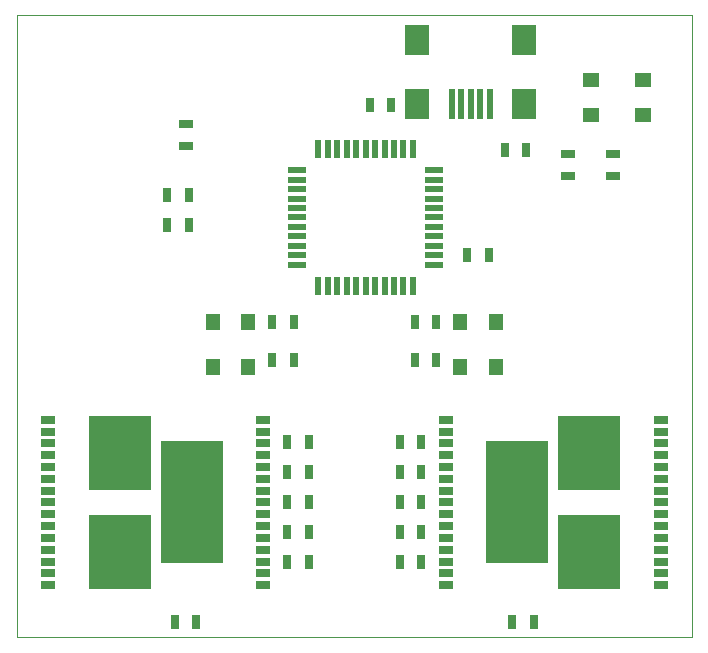
<source format=gtp>
G75*
%MOIN*%
%OFA0B0*%
%FSLAX24Y24*%
%IPPOS*%
%LPD*%
%AMOC8*
5,1,8,0,0,1.08239X$1,22.5*
%
%ADD10C,0.0000*%
%ADD11R,0.0315X0.0472*%
%ADD12R,0.0472X0.0315*%
%ADD13R,0.0472X0.0551*%
%ADD14R,0.0551X0.0472*%
%ADD15R,0.0197X0.0591*%
%ADD16R,0.0591X0.0197*%
%ADD17R,0.0512X0.0264*%
%ADD18R,0.2067X0.4055*%
%ADD19R,0.2067X0.2453*%
%ADD20R,0.0197X0.0984*%
%ADD21R,0.0787X0.0984*%
D10*
X000142Y000220D02*
X000142Y020966D01*
X022637Y020966D01*
X022637Y000220D01*
X000142Y000220D01*
D11*
X005412Y000720D03*
X006121Y000720D03*
X009162Y002720D03*
X009871Y002720D03*
X009871Y003720D03*
X009162Y003720D03*
X009162Y004720D03*
X009871Y004720D03*
X009871Y005720D03*
X009162Y005720D03*
X009162Y006720D03*
X009871Y006720D03*
X009371Y009470D03*
X008662Y009470D03*
X008662Y010720D03*
X009371Y010720D03*
X005871Y013970D03*
X005162Y013970D03*
X005162Y014970D03*
X005871Y014970D03*
X011912Y017970D03*
X012621Y017970D03*
X016412Y016470D03*
X017121Y016470D03*
X015871Y012970D03*
X015162Y012970D03*
X014121Y010720D03*
X013412Y010720D03*
X013412Y009470D03*
X014121Y009470D03*
X013621Y006720D03*
X012912Y006720D03*
X012912Y005720D03*
X013621Y005720D03*
X013621Y004720D03*
X012912Y004720D03*
X012912Y003720D03*
X013621Y003720D03*
X013621Y002720D03*
X012912Y002720D03*
X016662Y000720D03*
X017371Y000720D03*
D12*
X018517Y015616D03*
X018517Y016324D03*
X020017Y016324D03*
X020017Y015616D03*
X005767Y016616D03*
X005767Y017324D03*
D13*
X006676Y010720D03*
X007857Y010720D03*
X007857Y009220D03*
X006676Y009220D03*
X014926Y009220D03*
X016107Y009220D03*
X016107Y010720D03*
X014926Y010720D03*
D14*
X019267Y017629D03*
X019267Y018811D03*
X021017Y018811D03*
X021017Y017629D03*
D15*
X013341Y016503D03*
X013027Y016503D03*
X012712Y016503D03*
X012397Y016503D03*
X012082Y016503D03*
X011767Y016503D03*
X011452Y016503D03*
X011137Y016503D03*
X010822Y016503D03*
X010507Y016503D03*
X010192Y016503D03*
X010192Y011937D03*
X010507Y011937D03*
X010822Y011937D03*
X011137Y011937D03*
X011452Y011937D03*
X011767Y011937D03*
X012082Y011937D03*
X012397Y011937D03*
X012712Y011937D03*
X013027Y011937D03*
X013341Y011937D03*
D16*
X014050Y012645D03*
X014050Y012960D03*
X014050Y013275D03*
X014050Y013590D03*
X014050Y013905D03*
X014050Y014220D03*
X014050Y014535D03*
X014050Y014850D03*
X014050Y015165D03*
X014050Y015480D03*
X014050Y015795D03*
X009483Y015795D03*
X009483Y015480D03*
X009483Y015165D03*
X009483Y014850D03*
X009483Y014535D03*
X009483Y014220D03*
X009483Y013905D03*
X009483Y013590D03*
X009483Y013275D03*
X009483Y012960D03*
X009483Y012645D03*
D17*
X008349Y007476D03*
X008349Y007082D03*
X008349Y006689D03*
X008349Y006295D03*
X008349Y005901D03*
X008349Y005507D03*
X008349Y005114D03*
X008349Y004720D03*
X008349Y004326D03*
X008349Y003933D03*
X008349Y003539D03*
X008349Y003145D03*
X008349Y002751D03*
X008349Y002358D03*
X008349Y001964D03*
X014434Y001964D03*
X014434Y002358D03*
X014434Y002751D03*
X014434Y003145D03*
X014434Y003539D03*
X014434Y003933D03*
X014434Y004326D03*
X014434Y004720D03*
X014434Y005114D03*
X014434Y005507D03*
X014434Y005901D03*
X014434Y006295D03*
X014434Y006689D03*
X014434Y007082D03*
X014434Y007476D03*
X021599Y007476D03*
X021599Y007082D03*
X021599Y006689D03*
X021599Y006295D03*
X021599Y005901D03*
X021599Y005507D03*
X021599Y005114D03*
X021599Y004720D03*
X021599Y004326D03*
X021599Y003933D03*
X021599Y003539D03*
X021599Y003145D03*
X021599Y002751D03*
X021599Y002358D03*
X021599Y001964D03*
X001184Y001964D03*
X001184Y002358D03*
X001184Y002751D03*
X001184Y003145D03*
X001184Y003539D03*
X001184Y003933D03*
X001184Y004326D03*
X001184Y004720D03*
X001184Y005114D03*
X001184Y005507D03*
X001184Y005901D03*
X001184Y006295D03*
X001184Y006689D03*
X001184Y007082D03*
X001184Y007476D03*
D18*
X005967Y004720D03*
X016816Y004720D03*
D19*
X019217Y003080D03*
X019217Y006360D03*
X003566Y006360D03*
X003566Y003080D03*
D20*
X014637Y017986D03*
X014952Y017986D03*
X015267Y017986D03*
X015582Y017986D03*
X015897Y017986D03*
D21*
X017038Y017986D03*
X017038Y020151D03*
X013495Y020151D03*
X013495Y017986D03*
M02*

</source>
